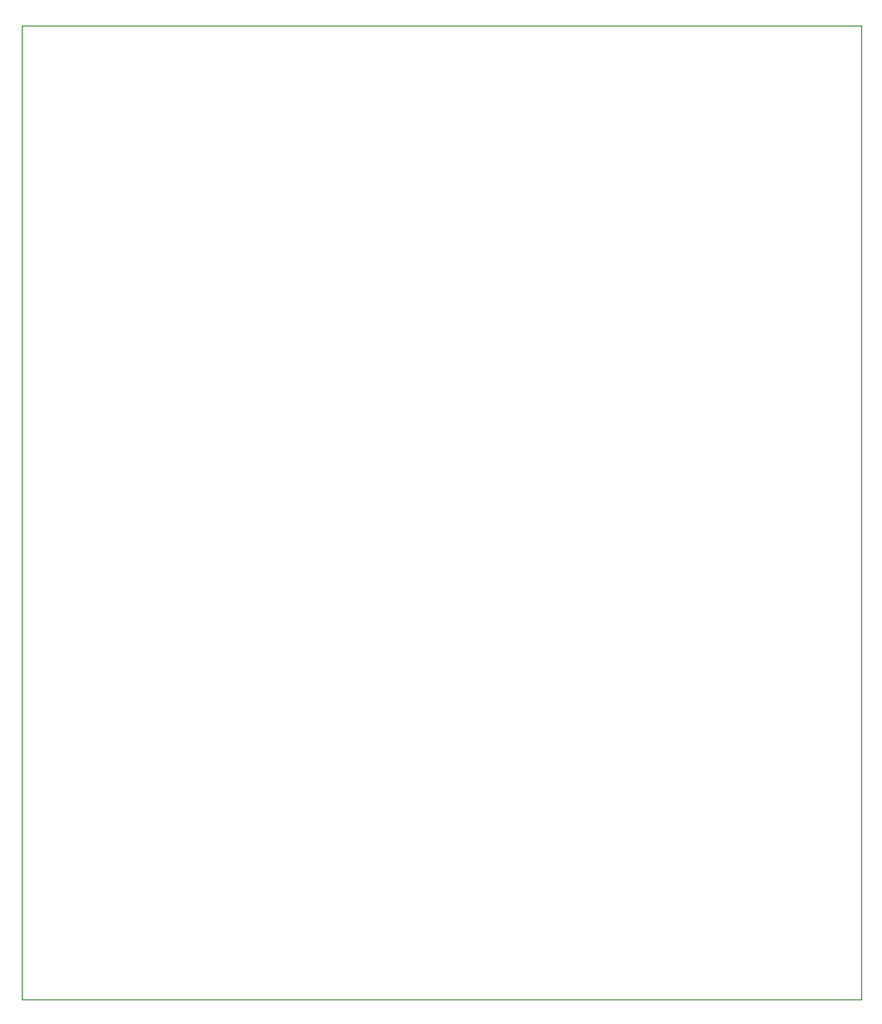
<source format=gbr>
%TF.GenerationSoftware,KiCad,Pcbnew,(6.0.0-0)*%
%TF.CreationDate,2022-02-14T21:13:19-05:00*%
%TF.ProjectId,Minified-Gpr,4d696e69-6669-4656-942d-4770722e6b69,rev?*%
%TF.SameCoordinates,Original*%
%TF.FileFunction,Profile,NP*%
%FSLAX46Y46*%
G04 Gerber Fmt 4.6, Leading zero omitted, Abs format (unit mm)*
G04 Created by KiCad (PCBNEW (6.0.0-0)) date 2022-02-14 21:13:19*
%MOMM*%
%LPD*%
G01*
G04 APERTURE LIST*
%TA.AperFunction,Profile*%
%ADD10C,0.100000*%
%TD*%
G04 APERTURE END LIST*
D10*
X145796000Y-149606000D02*
X70612000Y-149606000D01*
X70612000Y-149606000D02*
X70612000Y-62484000D01*
X70612000Y-62484000D02*
X145796000Y-62484000D01*
X145796000Y-62484000D02*
X145796000Y-149606000D01*
M02*

</source>
